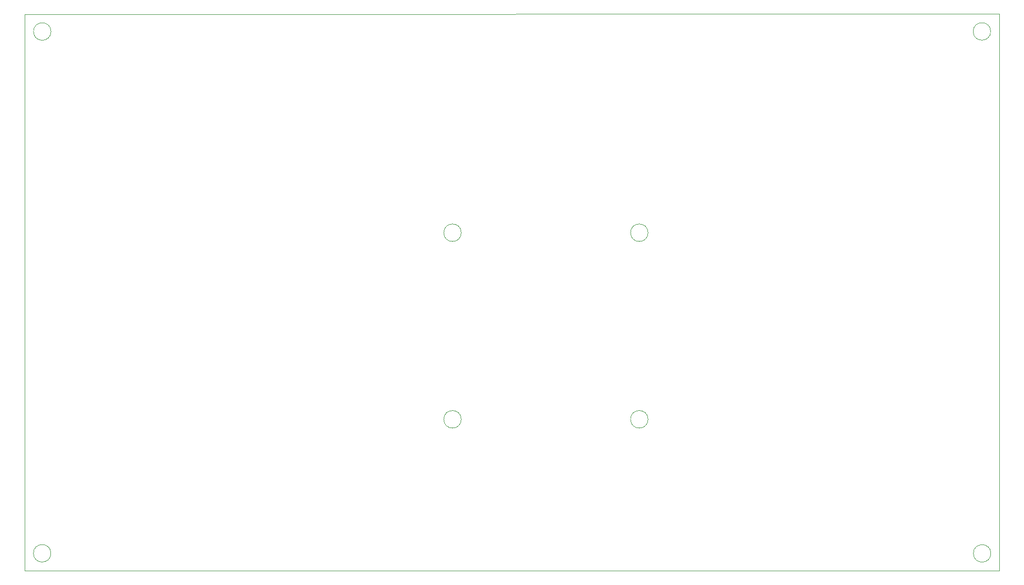
<source format=gbr>
G04 #@! TF.GenerationSoftware,KiCad,Pcbnew,5.1.5-52549c5~84~ubuntu19.04.1*
G04 #@! TF.CreationDate,2020-01-25T14:44:11+01:00*
G04 #@! TF.ProjectId,upuaut_2Nils,75707561-7574-45f3-924e-696c732e6b69,rev?*
G04 #@! TF.SameCoordinates,Original*
G04 #@! TF.FileFunction,Profile,NP*
%FSLAX46Y46*%
G04 Gerber Fmt 4.6, Leading zero omitted, Abs format (unit mm)*
G04 Created by KiCad (PCBNEW 5.1.5-52549c5~84~ubuntu19.04.1) date 2020-01-25 14:44:11*
%MOMM*%
%LPD*%
G04 APERTURE LIST*
%ADD10C,0.100000*%
G04 APERTURE END LIST*
D10*
X169500000Y-88500000D02*
G75*
G03X169500000Y-88500000I-1500000J0D01*
G01*
X137500000Y-88500000D02*
G75*
G03X137500000Y-88500000I-1500000J0D01*
G01*
X169500000Y-120500000D02*
G75*
G03X169500000Y-120500000I-1500000J0D01*
G01*
X137500000Y-120500000D02*
G75*
G03X137500000Y-120500000I-1500000J0D01*
G01*
X62720220Y-51010820D02*
X229692200Y-50990500D01*
X62720220Y-51010820D02*
X62720220Y-51010820D01*
X62707520Y-146469100D02*
X62720220Y-51010820D01*
X229704900Y-146476720D02*
X62707520Y-146469100D01*
X229692200Y-50990500D02*
X229704900Y-146476720D01*
X67214880Y-53992780D02*
G75*
G03X67214880Y-53992780I-1500000J0D01*
G01*
X67199640Y-143479520D02*
G75*
G03X67199640Y-143479520I-1500000J0D01*
G01*
X228233100Y-143496160D02*
G75*
G03X228233100Y-143496160I-1500000J0D01*
G01*
X228198680Y-53977540D02*
G75*
G03X228198680Y-53977540I-1500000J0D01*
G01*
M02*

</source>
